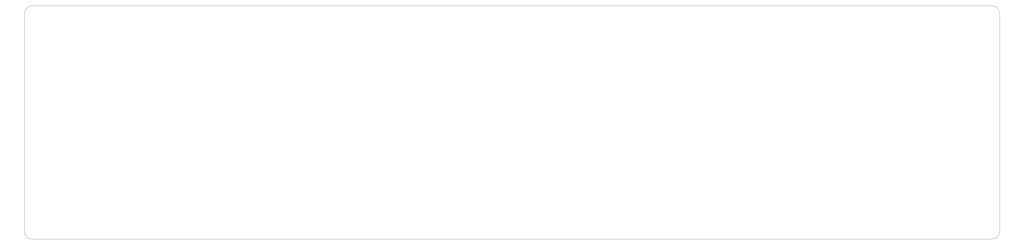
<source format=gbr>
%TF.GenerationSoftware,KiCad,Pcbnew,(5.1.6)-1*%
%TF.CreationDate,2020-07-16T09:20:40+02:00*%
%TF.ProjectId,keyboard_keyboard,6b657962-6f61-4726-945f-6b6579626f61,rev?*%
%TF.SameCoordinates,Original*%
%TF.FileFunction,Profile,NP*%
%FSLAX46Y46*%
G04 Gerber Fmt 4.6, Leading zero omitted, Abs format (unit mm)*
G04 Created by KiCad (PCBNEW (5.1.6)-1) date 2020-07-16 09:20:40*
%MOMM*%
%LPD*%
G01*
G04 APERTURE LIST*
%TA.AperFunction,Profile*%
%ADD10C,0.050000*%
%TD*%
G04 APERTURE END LIST*
D10*
X311150000Y-146050000D02*
X311150000Y-74930000D01*
X311150000Y-146050000D02*
G75*
G02*
X308610000Y-148590000I-2540000J0D01*
G01*
X-4318000Y-148590000D02*
X308610000Y-148590000D01*
X-6858000Y-74930000D02*
X-6858000Y-146050000D01*
X308610000Y-72390000D02*
X-4318000Y-72390000D01*
X-4318000Y-148590000D02*
G75*
G02*
X-6858000Y-146050000I0J2540000D01*
G01*
X-6858000Y-74930000D02*
G75*
G02*
X-4318000Y-72390000I2540000J0D01*
G01*
X308610000Y-72390000D02*
G75*
G02*
X311150000Y-74930000I0J-2540000D01*
G01*
M02*

</source>
